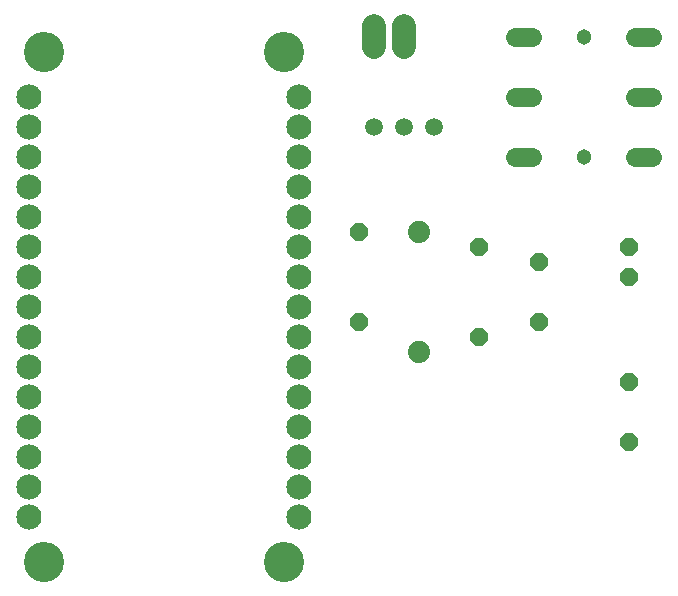
<source format=gbs>
G75*
%MOIN*%
%OFA0B0*%
%FSLAX25Y25*%
%IPPOS*%
%LPD*%
%AMOC8*
5,1,8,0,0,1.08239X$1,22.5*
%
%ADD10OC8,0.06000*%
%ADD11C,0.07400*%
%ADD12C,0.06343*%
%ADD13C,0.05131*%
%ADD14C,0.08400*%
%ADD15C,0.13398*%
%ADD16C,0.05950*%
%ADD17C,0.07887*%
D10*
X0126000Y0106000D03*
X0126000Y0136000D03*
X0166000Y0131000D03*
X0186000Y0126000D03*
X0186000Y0106000D03*
X0166000Y0101000D03*
X0216000Y0086000D03*
X0216000Y0066000D03*
X0216000Y0121000D03*
X0216000Y0131000D03*
D11*
X0146000Y0136000D03*
X0146000Y0096000D03*
D12*
X0178229Y0161000D02*
X0183771Y0161000D01*
X0183771Y0181000D02*
X0178229Y0181000D01*
X0178229Y0201000D02*
X0183771Y0201000D01*
X0218229Y0201000D02*
X0223771Y0201000D01*
X0223771Y0181000D02*
X0218229Y0181000D01*
X0218229Y0161000D02*
X0223771Y0161000D01*
D13*
X0201000Y0161000D03*
X0201000Y0201000D03*
D14*
X0106000Y0181000D03*
X0106000Y0171000D03*
X0106000Y0161000D03*
X0106000Y0151000D03*
X0106000Y0141000D03*
X0106000Y0131000D03*
X0106000Y0121000D03*
X0106000Y0111000D03*
X0106000Y0101000D03*
X0106000Y0091000D03*
X0106000Y0081000D03*
X0106000Y0071000D03*
X0106000Y0061000D03*
X0106000Y0051000D03*
X0106000Y0041000D03*
X0016000Y0041000D03*
X0016000Y0051000D03*
X0016000Y0061000D03*
X0016000Y0071000D03*
X0016000Y0081000D03*
X0016000Y0091000D03*
X0016000Y0101000D03*
X0016000Y0111000D03*
X0016000Y0121000D03*
X0016000Y0131000D03*
X0016000Y0141000D03*
X0016000Y0151000D03*
X0016000Y0161000D03*
X0016000Y0171000D03*
X0016000Y0181000D03*
D15*
X0021000Y0026000D03*
X0101000Y0026000D03*
X0101000Y0196000D03*
X0021000Y0196000D03*
D16*
X0131000Y0171000D03*
X0141000Y0171000D03*
X0151000Y0171000D03*
D17*
X0141000Y0197457D02*
X0141000Y0204543D01*
X0131000Y0204543D02*
X0131000Y0197457D01*
M02*

</source>
